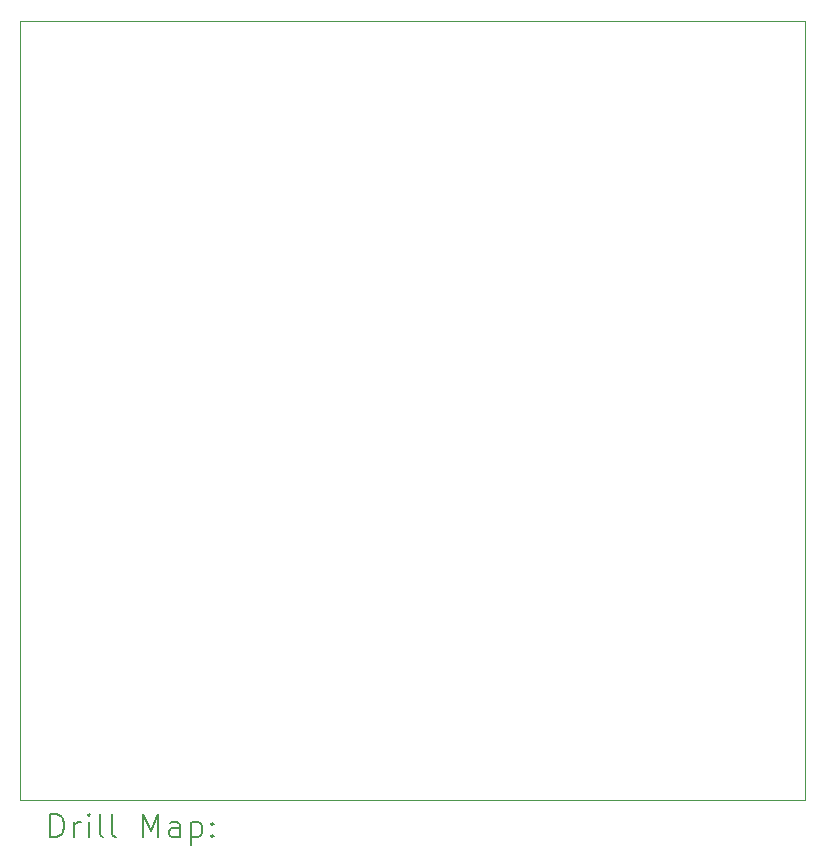
<source format=gbr>
%TF.GenerationSoftware,KiCad,Pcbnew,8.0.2-8.0.2-0~ubuntu22.04.1*%
%TF.CreationDate,2024-05-20T14:30:31+07:00*%
%TF.ProjectId,PCB_design,5043425f-6465-4736-9967-6e2e6b696361,rev?*%
%TF.SameCoordinates,Original*%
%TF.FileFunction,Drillmap*%
%TF.FilePolarity,Positive*%
%FSLAX45Y45*%
G04 Gerber Fmt 4.5, Leading zero omitted, Abs format (unit mm)*
G04 Created by KiCad (PCBNEW 8.0.2-8.0.2-0~ubuntu22.04.1) date 2024-05-20 14:30:31*
%MOMM*%
%LPD*%
G01*
G04 APERTURE LIST*
%ADD10C,0.050000*%
%ADD11C,0.200000*%
G04 APERTURE END LIST*
D10*
X9350000Y-2800000D02*
X16000000Y-2800000D01*
X16000000Y-9400000D01*
X9350000Y-9400000D01*
X9350000Y-2800000D01*
D11*
X9608277Y-9713984D02*
X9608277Y-9513984D01*
X9608277Y-9513984D02*
X9655896Y-9513984D01*
X9655896Y-9513984D02*
X9684467Y-9523508D01*
X9684467Y-9523508D02*
X9703515Y-9542555D01*
X9703515Y-9542555D02*
X9713039Y-9561603D01*
X9713039Y-9561603D02*
X9722563Y-9599698D01*
X9722563Y-9599698D02*
X9722563Y-9628270D01*
X9722563Y-9628270D02*
X9713039Y-9666365D01*
X9713039Y-9666365D02*
X9703515Y-9685412D01*
X9703515Y-9685412D02*
X9684467Y-9704460D01*
X9684467Y-9704460D02*
X9655896Y-9713984D01*
X9655896Y-9713984D02*
X9608277Y-9713984D01*
X9808277Y-9713984D02*
X9808277Y-9580650D01*
X9808277Y-9618746D02*
X9817801Y-9599698D01*
X9817801Y-9599698D02*
X9827324Y-9590174D01*
X9827324Y-9590174D02*
X9846372Y-9580650D01*
X9846372Y-9580650D02*
X9865420Y-9580650D01*
X9932086Y-9713984D02*
X9932086Y-9580650D01*
X9932086Y-9513984D02*
X9922563Y-9523508D01*
X9922563Y-9523508D02*
X9932086Y-9533031D01*
X9932086Y-9533031D02*
X9941610Y-9523508D01*
X9941610Y-9523508D02*
X9932086Y-9513984D01*
X9932086Y-9513984D02*
X9932086Y-9533031D01*
X10055896Y-9713984D02*
X10036848Y-9704460D01*
X10036848Y-9704460D02*
X10027324Y-9685412D01*
X10027324Y-9685412D02*
X10027324Y-9513984D01*
X10160658Y-9713984D02*
X10141610Y-9704460D01*
X10141610Y-9704460D02*
X10132086Y-9685412D01*
X10132086Y-9685412D02*
X10132086Y-9513984D01*
X10389229Y-9713984D02*
X10389229Y-9513984D01*
X10389229Y-9513984D02*
X10455896Y-9656841D01*
X10455896Y-9656841D02*
X10522563Y-9513984D01*
X10522563Y-9513984D02*
X10522563Y-9713984D01*
X10703515Y-9713984D02*
X10703515Y-9609222D01*
X10703515Y-9609222D02*
X10693991Y-9590174D01*
X10693991Y-9590174D02*
X10674944Y-9580650D01*
X10674944Y-9580650D02*
X10636848Y-9580650D01*
X10636848Y-9580650D02*
X10617801Y-9590174D01*
X10703515Y-9704460D02*
X10684467Y-9713984D01*
X10684467Y-9713984D02*
X10636848Y-9713984D01*
X10636848Y-9713984D02*
X10617801Y-9704460D01*
X10617801Y-9704460D02*
X10608277Y-9685412D01*
X10608277Y-9685412D02*
X10608277Y-9666365D01*
X10608277Y-9666365D02*
X10617801Y-9647317D01*
X10617801Y-9647317D02*
X10636848Y-9637793D01*
X10636848Y-9637793D02*
X10684467Y-9637793D01*
X10684467Y-9637793D02*
X10703515Y-9628270D01*
X10798753Y-9580650D02*
X10798753Y-9780650D01*
X10798753Y-9590174D02*
X10817801Y-9580650D01*
X10817801Y-9580650D02*
X10855896Y-9580650D01*
X10855896Y-9580650D02*
X10874944Y-9590174D01*
X10874944Y-9590174D02*
X10884467Y-9599698D01*
X10884467Y-9599698D02*
X10893991Y-9618746D01*
X10893991Y-9618746D02*
X10893991Y-9675889D01*
X10893991Y-9675889D02*
X10884467Y-9694936D01*
X10884467Y-9694936D02*
X10874944Y-9704460D01*
X10874944Y-9704460D02*
X10855896Y-9713984D01*
X10855896Y-9713984D02*
X10817801Y-9713984D01*
X10817801Y-9713984D02*
X10798753Y-9704460D01*
X10979705Y-9694936D02*
X10989229Y-9704460D01*
X10989229Y-9704460D02*
X10979705Y-9713984D01*
X10979705Y-9713984D02*
X10970182Y-9704460D01*
X10970182Y-9704460D02*
X10979705Y-9694936D01*
X10979705Y-9694936D02*
X10979705Y-9713984D01*
X10979705Y-9590174D02*
X10989229Y-9599698D01*
X10989229Y-9599698D02*
X10979705Y-9609222D01*
X10979705Y-9609222D02*
X10970182Y-9599698D01*
X10970182Y-9599698D02*
X10979705Y-9590174D01*
X10979705Y-9590174D02*
X10979705Y-9609222D01*
M02*

</source>
